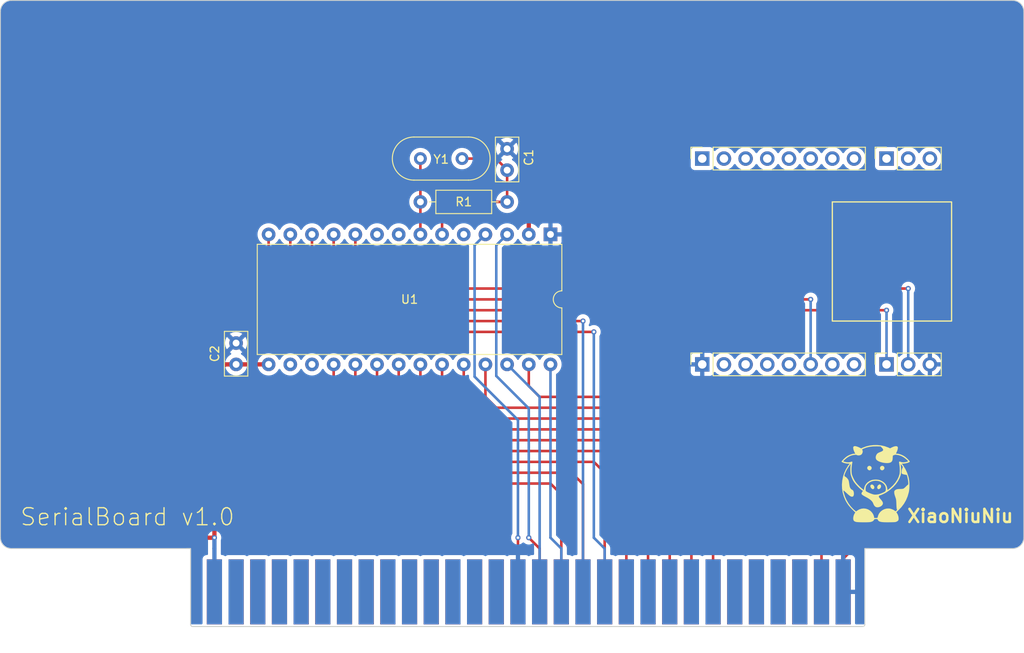
<source format=kicad_pcb>
(kicad_pcb (version 20221018) (generator pcbnew)
  (layers (0 "F.Cu" signal) (31 "B.Cu" signal) (34 "B.Paste" user) (35 "F.Paste" user) (36 "B.SilkS" user "B.Silkscreen") (37 "F.SilkS" user "F.Silkscreen") (38 "B.Mask" user) (39 "F.Mask" user) (44 "Edge.Cuts" user))
  (net 0 "")
  (net 1 "Net-(U1-XTLI)")
  (net 2 "GND")
  (net 3 "+5V")
  (net 5 "CLOCK")
  (net 15 "/D7")
  (net 17 "/D6")
  (net 19 "/D5")
  (net 21 "/D4")
  (net 23 "/D3")
  (net 24 "/A1")
  (net 25 "/D2")
  (net 26 "/A0")
  (net 27 "/D1")
  (net 28 "RW")
  (net 29 "/D0")
  (net 30 "IRQB")
  (net 31 "PORTCSB")
  (net 32 "RESET")
  (net 60 "TX")
  (net 61 "RX")
  (net 63 "DTR")
  (net 64 "Net-(U1-XLT0)")
  (footprint "Package_DIP:DIP-28_W15.24mm" (layer "F.Cu") (at 158.75 88.9 -90)
    (fp_text reference "U1" (at 7.62 16.51 -180) (layer "F.SilkS"))
    (fp_text value "W65C51N")
    (fp_line (start 1.16 -1.33) (end 1.16 34.35) (stroke (width 0.12)) (layer "F.SilkS"))
    (fp_line (start 1.16 34.35) (end 14.08 34.35) (stroke (width 0.12)) (layer "F.SilkS"))
    (fp_line (start 6.62 -1.33) (end 1.16 -1.33) (stroke (width 0.12)) (layer "F.SilkS"))
    (fp_line (start 14.08 -1.33) (end 8.62 -1.33) (stroke (width 0.12)) (layer "F.SilkS"))
    (fp_line (start 14.08 34.35) (end 14.08 -1.33) (stroke (width 0.12)) (layer "F.SilkS"))
    (fp_arc (start 8.62 -1.33) (mid 7.62 -0.33) (end 6.62 -1.33) (stroke (width 0.12)) (layer "F.SilkS"))
    (pad "1" thru_hole rect (at 0 0 270) (size 1.6 1.6) (drill 0.8) (layers "*.Cu" "*.Mask") (net 2 "GND"))
    (pad "2" thru_hole oval (at 0 2.54 270) (size 1.6 1.6) (drill 0.8) (layers "*.Cu" "*.Mask") (net 3 "+5V"))
    (pad "3" thru_hole oval (at 0 5.08 270) (size 1.6 1.6) (drill 0.8) (layers "*.Cu" "*.Mask") (net 31 "PORTCSB"))
    (pad "4" thru_hole oval (at 0 7.62 270) (size 1.6 1.6) (drill 0.8) (layers "*.Cu" "*.Mask") (net 32 "RESET"))
    (pad "5" thru_hole oval (at 0 10.16 270) (size 1.6 1.6) (drill 0.8) (layers "*.Cu" "*.Mask"))
    (pad "6" thru_hole oval (at 0 12.7 270) (size 1.6 1.6) (drill 0.8) (layers "*.Cu" "*.Mask") (net 1 "Net-(U1-XTLI)"))
    (pad "7" thru_hole oval (at 0 15.24 270) (size 1.6 1.6) (drill 0.8) (layers "*.Cu" "*.Mask") (net 64 "Net-(U1-XLT0)"))
    (pad "8" thru_hole oval (at 0 17.78 270) (size 1.6 1.6) (drill 0.8) (layers "*.Cu" "*.Mask"))
    (pad "9" thru_hole oval (at 0 20.32 270) (size 1.6 1.6) (drill 0.8) (layers "*.Cu" "*.Mask"))
    (pad "10" thru_hole oval (at 0 22.86 270) (size 1.6 1.6) (drill 0.8) (layers "*.Cu" "*.Mask") (net 60 "TX"))
    (pad "11" thru_hole oval (at 0 25.4 270) (size 1.6 1.6) (drill 0.8) (layers "*.Cu" "*.Mask") (net 63 "DTR"))
    (pad "12" thru_hole oval (at 0 27.94 270) (size 1.6 1.6) (drill 0.8) (layers "*.Cu" "*.Mask") (net 61 "RX"))
    (pad "13" thru_hole oval (at 0 30.48 270) (size 1.6 1.6) (drill 0.8) (layers "*.Cu" "*.Mask") (net 26 "/A0"))
    (pad "14" thru_hole oval (at 0 33.02 270) (size 1.6 1.6) (drill 0.8) (layers "*.Cu" "*.Mask") (net 24 "/A1"))
    (pad "15" thru_hole oval (at 15.24 33.02 270) (size 1.6 1.6) (drill 0.8) (layers "*.Cu" "*.Mask") (net 3 "+5V"))
    (pad "16" thru_hole oval (at 15.24 30.48 270) (size 1.6 1.6) (drill 0.8) (layers "*.Cu" "*.Mask"))
    (pad "17" thru_hole oval (at 15.24 27.94 270) (size 1.6 1.6) (drill 0.8) (layers "*.Cu" "*.Mask"))
    (pad "18" thru_hole oval (at 15.24 25.4 270) (size 1.6 1.6) (drill 0.8) (layers "*.Cu" "*.Mask") (net 29 "/D0"))
    (pad "19" thru_hole oval (at 15.24 22.86 270) (size 1.6 1.6) (drill 0.8) (layers "*.Cu" "*.Mask") (net 27 "/D1"))
    (pad "20" thru_hole oval (at 15.24 20.32 270) (size 1.6 1.6) (drill 0.8) (layers "*.Cu" "*.Mask") (net 25 "/D2"))
    (pad "21" thru_hole oval (at 15.24 17.78 270) (size 1.6 1.6) (drill 0.8) (layers "*.Cu" "*.Mask") (net 23 "/D3"))
    (pad "22" thru_hole oval (at 15.24 15.24 270) (size 1.6 1.6) (drill 0.8) (layers "*.Cu" "*.Mask") (net 21 "/D4"))
    (pad "23" thru_hole oval (at 15.24 12.7 270) (size 1.6 1.6) (drill 0.8) (layers "*.Cu" "*.Mask") (net 19 "/D5"))
    (pad "24" thru_hole oval (at 15.24 10.16 270) (size 1.6 1.6) (drill 0.8) (layers "*.Cu" "*.Mask") (net 17 "/D6"))
    (pad "25" thru_hole oval (at 15.24 7.62 270) (size 1.6 1.6) (drill 0.8) (layers "*.Cu" "*.Mask") (net 15 "/D7"))
    (pad "26" thru_hole oval (at 15.24 5.08 270) (size 1.6 1.6) (drill 0.8) (layers "*.Cu" "*.Mask") (net 30 "IRQB"))
    (pad "27" thru_hole oval (at 15.24 2.54 270) (size 1.6 1.6) (drill 0.8) (layers "*.Cu" "*.Mask") (net 5 "CLOCK"))
    (pad "28" thru_hole oval (at 15.24 0 270) (size 1.6 1.6) (drill 0.8) (layers "*.Cu" "*.Mask") (net 28 "RW"))
  )
  (footprint "Connector_NES:NES_PCBEdge" (layer "F.Cu") (at 154.94 130.81)
    (fp_text reference "J1")
    (fp_text value "PORT1" hide)
    (fp_line (start -38.862 -5.08) (end -38.354 -5.08) (stroke (width 0.12)) (layer "Edge.Cuts"))
    (fp_line (start -38.354 -5.08) (end -38.354 3.81) (stroke (width 0.12)) (layer "Edge.Cuts"))
    (fp_line (start 40.386 4.064) (end -38.1 4.064) (stroke (width 0.12)) (layer "Edge.Cuts"))
    (fp_line (start 40.64 -5.08) (end 41.148 -5.08) (stroke (width 0.12)) (layer "Edge.Cuts"))
    (fp_line (start 40.64 3.81) (end 40.64 -5.08) (stroke (width 0.12)) (layer "Edge.Cuts"))
    (fp_arc (start -38.1 4.064) (mid -38.279605 3.989605) (end -38.354 3.81) (stroke (width 0.12)) (layer "Edge.Cuts"))
    (fp_arc (start 40.64 3.81) (mid 40.565605 3.989605) (end 40.386 4.064) (stroke (width 0.12)) (layer "Edge.Cuts"))
    (pad "1" connect rect (at 38.1 0) (size 1.78 7.62) (layers "B.Cu" "B.Mask") (net 2 "GND"))
    (pad "2" connect rect (at 38.1 0) (size 1.78 7.62) (layers "F.Cu" "F.Mask") (net 3 "+5V"))
    (pad "3" connect rect (at 35.56 0) (size 1.78 7.62) (layers "B.Cu" "B.Mask"))
    (pad "4" connect rect (at 35.56 0) (size 1.78 7.62) (layers "F.Cu" "F.Mask") (net 5 "CLOCK"))
    (pad "5" connect rect (at 33.02 0) (size 1.78 7.62) (layers "B.Cu" "B.Mask"))
    (pad "6" connect rect (at 33.02 0) (size 1.78 7.62) (layers "F.Cu" "F.Mask"))
    (pad "7" connect rect (at 30.48 0) (size 1.78 7.62) (layers "B.Cu" "B.Mask"))
    (pad "8" connect rect (at 30.48 0) (size 1.78 7.62) (layers "F.Cu" "F.Mask"))
    (pad "9" connect rect (at 27.94 0) (size 1.78 7.62) (layers "B.Cu" "B.Mask"))
    (pad "10" connect rect (at 27.94 0) (size 1.78 7.62) (layers "F.Cu" "F.Mask"))
    (pad "11" connect rect (at 25.4 0) (size 1.78 7.62) (layers "B.Cu" "B.Mask"))
    (pad "12" connect rect (at 25.4 0) (size 1.78 7.62) (layers "F.Cu" "F.Mask"))
    (pad "13" connect rect (at 22.86 0) (size 1.78 7.62) (layers "B.Cu" "B.Mask"))
    (pad "14" connect rect (at 22.86 0) (size 1.78 7.62) (layers "F.Cu" "F.Mask") (net 15 "/D7"))
    (pad "15" connect rect (at 20.32 0) (size 1.78 7.62) (layers "B.Cu" "B.Mask"))
    (pad "16" connect rect (at 20.32 0) (size 1.78 7.62) (layers "F.Cu" "F.Mask") (net 17 "/D6"))
    (pad "17" connect rect (at 17.78 0) (size 1.78 7.62) (layers "B.Cu" "B.Mask"))
    (pad "18" connect rect (at 17.78 0) (size 1.78 7.62) (layers "F.Cu" "F.Mask") (net 19 "/D5"))
    (pad "19" connect rect (at 15.24 0) (size 1.78 7.62) (layers "B.Cu" "B.Mask"))
    (pad "20" connect rect (at 15.24 0) (size 1.78 7.62) (layers "F.Cu" "F.Mask") (net 21 "/D4"))
    (pad "21" connect rect (at 12.7 0) (size 1.78 7.62) (layers "B.Cu" "B.Mask"))
    (pad "22" connect rect (at 12.7 0) (size 1.78 7.62) (layers "F.Cu" "F.Mask") (net 23 "/D3"))
    (pad "23" connect rect (at 10.16 0) (size 1.78 7.62) (layers "B.Cu" "B.Mask") (net 24 "/A1"))
    (pad "24" connect rect (at 10.16 0) (size 1.78 7.62) (layers "F.Cu" "F.Mask") (net 25 "/D2"))
    (pad "25" connect rect (at 7.62 0) (size 1.78 7.62) (layers "B.Cu" "B.Mask") (net 26 "/A0"))
    (pad "26" connect rect (at 7.62 0) (size 1.78 7.62) (layers "F.Cu" "F.Mask") (net 27 "/D1"))
    (pad "27" connect rect (at 5.08 0) (size 1.78 7.62) (layers "B.Cu" "B.Mask") (net 28 "RW"))
    (pad "28" connect rect (at 5.08 0) (size 1.78 7.62) (layers "F.Cu" "F.Mask") (net 29 "/D0"))
    (pad "29" connect rect (at 2.54 0) (size 1.78 7.62) (layers "B.Cu" "B.Mask") (net 30 "IRQB"))
    (pad "30" connect rect (at 2.54 0) (size 1.78 7.62) (layers "F.Cu" "F.Mask") (net 31 "PORTCSB"))
    (pad "31" connect rect (at 0 0) (size 1.78 7.62) (layers "B.Cu" "B.Mask") (net 2 "GND"))
    (pad "32" connect rect (at 0 0) (size 1.78 7.62) (layers "F.Cu" "F.Mask") (net 32 "RESET"))
    (pad "33" connect rect (at -2.54 0) (size 1.78 7.62) (layers "B.Cu" "B.Mask"))
    (pad "34" connect rect (at -2.54 0) (size 1.78 7.62) (layers "F.Cu" "F.Mask"))
    (pad "35" connect rect (at -5.08 0) (size 1.78 7.62) (layers "B.Cu" "B.Mask"))
    (pad "36" connect rect (at -5.08 0) (size 1.78 7.62) (layers "F.Cu" "F.Mask"))
    (pad "37" connect rect (at -7.62 0) (size 1.78 7.62) (layers "B.Cu" "B.Mask"))
    (pad "38" connect rect (at -7.62 0) (size 1.78 7.62) (layers "F.Cu" "F.Mask"))
    (pad "39" connect rect (at -10.16 0) (size 1.78 7.62) (layers "B.Cu" "B.Mask"))
    (pad "40" connect rect (at -10.16 0) (size 1.78 7.62) (layers "F.Cu" "F.Mask"))
    (pad "41" connect rect (at -12.7 0) (size 1.78 7.62) (layers "B.Cu" "B.Mask"))
    (pad "42" connect rect (at -12.7 0) (size 1.78 7.62) (layers "F.Cu" "F.Mask"))
    (pad "43" connect rect (at -15.24 0) (size 1.78 7.62) (layers "B.Cu" "B.Mask"))
    (pad "44" connect rect (at -15.24 0) (size 1.78 7.62) (layers "F.Cu" "F.Mask"))
    (pad "45" connect rect (at -17.78 0) (size 1.78 7.62) (layers "B.Cu" "B.Mask"))
    (pad "46" connect rect (at -17.78 0) (size 1.78 7.62) (layers "F.Cu" "F.Mask"))
    (pad "47" connect rect (at -20.32 0) (size 1.78 7.62) (layers "B.Cu" "B.Mask"))
    (pad "48" connect rect (at -20.32 0) (size 1.78 7.62) (layers "F.Cu" "F.Mask"))
    (pad "49" connect rect (at -22.86 0) (size 1.78 7.62) (layers "B.Cu" "B.Mask"))
    (pad "50" connect rect (at -22.86 0) (size 1.78 7.62) (layers "F.Cu" "F.Mask"))
    (pad "51" connect rect (at -25.4 0) (size 1.78 7.62) (layers "B.Cu" "B.Mask"))
    (pad "52" connect rect (at -25.4 0) (size 1.78 7.62) (layers "F.Cu" "F.Mask"))
    (pad "53" connect rect (at -27.94 0) (size 1.78 7.62) (layers "B.Cu" "B.Mask"))
    (pad "54" connect rect (at -27.94 0) (size 1.78 7.62) (layers "F.Cu" "F.Mask"))
    (pad "55" connect rect (at -30.48 0) (size 1.78 7.62) (layers "B.Cu" "B.Mask"))
    (pad "56" connect rect (at -30.48 0) (size 1.78 7.62) (layers "F.Cu" "F.Mask"))
    (pad "57" connect rect (at -33.02 0) (size 1.78 7.62) (layers "B.Cu" "B.Mask"))
    (pad "58" connect rect (at -33.02 0) (size 1.78 7.62) (layers "F.Cu" "F.Mask"))
    (pad "59" connect rect (at -35.56 0) (size 1.78 7.62) (layers "B.Cu" "B.Mask") (net 3 "+5V"))
    (pad "60" connect rect (at -35.56 0) (size 1.78 7.62) (layers "F.Cu" "F.Mask"))
  )
  (footprint "Connector_PinSocket_2.54mm:PinSocket_1x03_P2.54mm_Vertical" (layer "F.Cu") (at 198.12 104.14 90)
    (fp_text reference "J2")
    (fp_text value "DATA")
    (fp_line (start -1.33 1.27) (end -1.33 6.41) (stroke (width 0.12)) (layer "F.SilkS"))
    (fp_line (start -1.33 1.27) (end 1.33 1.27) (stroke (width 0.12)) (layer "F.SilkS"))
    (fp_line (start -1.33 6.41) (end 1.33 6.41) (stroke (width 0.12)) (layer "F.SilkS"))
    (fp_line (start 0 -1.33) (end 1.33 -1.33) (stroke (width 0.12)) (layer "F.SilkS"))
    (fp_line (start 1.33 -1.33) (end 1.33 0) (stroke (width 0.12)) (layer "F.SilkS"))
    (fp_line (start 1.33 1.27) (end 1.33 6.41) (stroke (width 0.12)) (layer "F.SilkS"))
    (pad "1" thru_hole rect (at 0 0 90) (size 1.7 1.7) (drill 1) (layers "*.Cu" "*.Mask") (net 61 "RX"))
    (pad "2" thru_hole oval (at 0 2.54 90) (size 1.7 1.7) (drill 1) (layers "*.Cu" "*.Mask") (net 60 "TX"))
    (pad "3" thru_hole oval (at 0 5.08 90) (size 1.7 1.7) (drill 1) (layers "*.Cu" "*.Mask") (net 2 "GND"))
  )
  (footprint "Connector_PinSocket_2.54mm:PinSocket_1x08_P2.54mm_Vertical" (layer "F.Cu") (at 176.53 104.14 90)
    (fp_text reference "J3")
    (fp_text value "CTRL")
    (fp_line (start -1.33 1.27) (end -1.33 19.11) (stroke (width 0.12)) (layer "F.SilkS"))
    (fp_line (start -1.33 1.27) (end 1.33 1.27) (stroke (width 0.12)) (layer "F.SilkS"))
    (fp_line (start -1.33 19.11) (end 1.33 19.11) (stroke (width 0.12)) (layer "F.SilkS"))
    (fp_line (start 0 -1.33) (end 1.33 -1.33) (stroke (width 0.12)) (layer "F.SilkS"))
    (fp_line (start 1.33 -1.33) (end 1.33 0) (stroke (width 0.12)) (layer "F.SilkS"))
    (fp_line (start 1.33 1.27) (end 1.33 19.11) (stroke (width 0.12)) (layer "F.SilkS"))
    (pad "1" thru_hole rect (at 0 0 90) (size 1.7 1.7) (drill 1) (layers "*.Cu" "*.Mask") (net 2 "GND"))
    (pad "2" thru_hole oval (at 0 2.54 90) (size 1.7 1.7) (drill 1) (layers "*.Cu" "*.Mask"))
    (pad "3" thru_hole oval (at 0 5.08 90) (size 1.7 1.7) (drill 1) (layers "*.Cu" "*.Mask"))
    (pad "4" thru_hole oval (at 0 7.62 90) (size 1.7 1.7) (drill 1) (layers "*.Cu" "*.Mask"))
    (pad "5" thru_hole oval (at 0 10.16 90) (size 1.7 1.7) (drill 1) (layers "*.Cu" "*.Mask"))
    (pad "6" thru_hole oval (at 0 12.7 90) (size 1.7 1.7) (drill 1) (layers "*.Cu" "*.Mask") (net 63 "DTR"))
    (pad "7" thru_hole oval (at 0 15.24 90) (size 1.7 1.7) (drill 1) (layers "*.Cu" "*.Mask"))
    (pad "8" thru_hole oval (at 0 17.78 90) (size 1.7 1.7) (drill 1) (layers "*.Cu" "*.Mask"))
  )
  (footprint "Connector_PinSocket_2.54mm:PinSocket_1x08_P2.54mm_Vertical" (layer "F.Cu") (at 176.53 80.01 90)
    (fp_text reference "J4")
    (fp_text value "CTRL")
    (fp_line (start -1.33 1.27) (end -1.33 19.11) (stroke (width 0.12)) (layer "F.SilkS"))
    (fp_line (start -1.33 1.27) (end 1.33 1.27) (stroke (width 0.12)) (layer "F.SilkS"))
    (fp_line (start -1.33 19.11) (end 1.33 19.11) (stroke (width 0.12)) (layer "F.SilkS"))
    (fp_line (start 0 -1.33) (end 1.33 -1.33) (stroke (width 0.12)) (layer "F.SilkS"))
    (fp_line (start 1.33 -1.33) (end 1.33 0) (stroke (width 0.12)) (layer "F.SilkS"))
    (fp_line (start 1.33 1.27) (end 1.33 19.11) (stroke (width 0.12)) (layer "F.SilkS"))
    (pad "1" thru_hole rect (at 0 0 90) (size 1.7 1.7) (drill 1) (layers "*.Cu" "*.Mask"))
    (pad "2" thru_hole oval (at 0 2.54 90) (size 1.7 1.7) (drill 1) (layers "*.Cu" "*.Mask"))
    (pad "3" thru_hole oval (at 0 5.08 90) (size 1.7 1.7) (drill 1) (layers "*.Cu" "*.Mask"))
    (pad "4" thru_hole oval (at 0 7.62 90) (size 1.7 1.7) (drill 1) (layers "*.Cu" "*.Mask"))
    (pad "5" thru_hole oval (at 0 10.16 90) (size 1.7 1.7) (drill 1) (layers "*.Cu" "*.Mask"))
    (pad "6" thru_hole oval (at 0 12.7 90) (size 1.7 1.7) (drill 1) (layers "*.Cu" "*.Mask"))
    (pad "7" thru_hole oval (at 0 15.24 90) (size 1.7 1.7) (drill 1) (layers "*.Cu" "*.Mask"))
    (pad "8" thru_hole oval (at 0 17.78 90) (size 1.7 1.7) (drill 1) (layers "*.Cu" "*.Mask"))
  )
  (footprint "Cow:VerySmallCow" (layer "F.Cu") (at 196.85 118.11)
    (fp_text reference "XiaoNiuNiu" (at 9.906 3.81) (layer "F.SilkS") (effects (font (size 1.524 1.524) (thickness 0.3))))
    (fp_text value "LOGO" hide)
    (fp_poly (pts (xy 0.860799 -2.06454) (xy 0.94554 -2.009357) (xy 1.002926 -1.926687) (xy 1.024956 -1.827545) (xy 1.003631 -1.722943) (xy 0.94195 -1.634423) (xy 0.835669 -1.562606) (xy 0.723038 -1.548697) (xy 0.612022 -1.59366) (xy 0.611036 -1.594348) (xy 0.533216 -1.681325) (xy 0.501606 -1.788839) (xy 0.515058 -1.899642) (xy 0.572425 -1.996486) (xy 0.641253 -2.048393) (xy 0.756703 -2.081223)) (fill solid) (layer "F.SilkS"))
    (fp_poly (pts (xy -0.651099 -2.063236) (xy -0.563352 -2.013403) (xy -0.498777 -1.936634) (xy -0.468786 -1.840151) (xy -0.484791 -1.731176) (xy -0.498695 -1.70013) (xy -0.578736 -1.597979) (xy -0.678891 -1.549409) (xy -0.788349 -1.55614) (xy -0.8963 -1.619892) (xy -0.911639 -1.634423) (xy -0.9836 -1.740747) (xy -0.996673 -1.852832) (xy -0.950324 -1.964026) (xy -0.939249 -1.978908) (xy -0.850459 -2.05321) (xy -0.750605 -2.078912)) (fill solid) (layer "F.SilkS"))
    (fp_poly (pts (xy -0.387859 0.117826) (xy -0.283719 0.181951) (xy -0.207068 0.276038) (xy -0.163313 0.385063) (xy -0.157858 0.494) (xy -0.196108 0.587825) (xy -0.212172 0.606205) (xy -0.292122 0.658239) (xy -0.37742 0.654366) (xy -0.475737 0.594122) (xy -0.480615 0.590058) (xy -0.558677 0.499444) (xy -0.610844 0.390506) (xy -0.628159 0.285396) (xy -0.621255 0.24215) (xy -0.569263 0.161428) (xy -0.487384 0.115103) (xy -0.39717 0.114656)) (fill solid) (layer "F.SilkS"))
    (fp_poly (pts (xy 0.506748 0.099096) (xy 0.561829 0.137845) (xy 0.575895 0.151551) (xy 0.625855 0.240497) (xy 0.632601 0.34987) (xy 0.600519 0.462558) (xy 0.533994 0.561448) (xy 0.455646 0.620847) (xy 0.361378 0.65965) (xy 0.29364 0.657328) (xy 0.233223 0.612536) (xy 0.226057 0.604802) (xy 0.178888 0.511536) (xy 0.177097 0.400448) (xy 0.215853 0.28768) (xy 0.290323 0.189377) (xy 0.366719 0.134847) (xy 0.44968 0.098733)) (fill solid) (layer "F.SilkS"))
    (fp_poly (pts (xy 0.640521 -4.469991) (xy 1.065821 -4.374767) (xy 1.46632 -4.230513) (xy 1.499899 -4.215538) (xy 1.685681 -4.1313) (xy 1.880967 -4.231898) (xy 2.073661 -4.317766) (xy 2.24576 -4.368126) (xy 2.390864 -4.382513) (xy 2.502572 -4.360463) (xy 2.574483 -4.301512) (xy 2.584615 -4.282916) (xy 2.600786 -4.188609) (xy 2.58625 -4.057241) (xy 2.543915 -3.902196) (xy 2.476689 -3.736861) (xy 2.457532 -3.697841) (xy 2.410841 -3.591207) (xy 2.394498 -3.518599) (xy 2.408713 -3.48615) (xy 2.450674 -3.498081) (xy 2.512031 -3.508174) (xy 2.61536 -3.496189) (xy 2.747628 -3.465524) (xy 2.895797 -3.419576) (xy 3.046834 -3.361743) (xy 3.145174 -3.317045) (xy 3.287158 -3.242592) (xy 3.409309 -3.165238) (xy 3.529583 -3.071952) (xy 3.665937 -2.949703) (xy 3.713491 -2.904642) (xy 3.821002 -2.79794) (xy 3.910217 -2.701926) (xy 3.972784 -2.626147) (xy 4.00035 -2.580151) (xy 4.000955 -2.57608) (xy 3.972801 -2.532061) (xy 3.896239 -2.485091) (xy 3.78312 -2.43884) (xy 3.645292 -2.396981) (xy 3.494605 -2.363185) (xy 3.342909 -2.341124) (xy 3.220818 -2.334339) (xy 3.062042 -2.333891) (xy 3.225779 -2.105688) (xy 3.483063 -1.695315) (xy 3.688207 -1.25412) (xy 3.841045 -0.782487) (xy 3.884779 -0.598133) (xy 3.926378 -0.337788) (xy 3.949765 -0.042295) (xy 3.954985 0.26834) (xy 3.94208 0.574109) (xy 3.911095 0.855005) (xy 3.881284 1.014754) (xy 3.742653 1.499902) (xy 3.553764 1.951433) (xy 3.313737 2.370894) (xy 3.021694 2.759835) (xy 2.695196 3.102539) (xy 2.419204 3.362347) (xy 2.482218 3.450842) (xy 2.590636 3.647133) (xy 2.662606 3.871512) (xy 2.686386 4.031265) (xy 2.688564 4.181386) (xy 2.66399 4.289136) (xy 2.604928 4.369708) (xy 2.503643 4.43829) (xy 2.470287 4.455608) (xy 2.41965 4.479803) (xy 2.371045 4.498366) (xy 2.315582 4.512185) (xy 2.244369 4.52215) (xy 2.148517 4.52915) (xy 2.019135 4.534074) (xy 1.847333 4.537812) (xy 1.62422 4.541253) (xy 1.612371 4.541422) (xy 1.291201 4.54326) (xy 1.024809 4.538033) (xy 0.807637 4.524568) (xy 0.63413 4.501691) (xy 0.49873 4.468229) (xy 0.395882 4.423007) (xy 0.32003 4.364853) (xy 0.265616 4.292593) (xy 0.245566 4.252745) (xy 0.218526 4.199335) (xy 0.186172 4.171469) (xy 0.130496 4.161858) (xy 0.033489 4.163209) (xy 0.025144 4.16351) (xy -0.075977 4.169436) (xy -0.135502 4.184041) (xy -0.172452 4.21652) (xy -0.205267 4.2749) (xy -0.283866 4.374984) (xy -0.410121 4.451309) (xy -0.588642 4.506465) (xy -0.634711 4.515887) (xy -0.733008 4.527718) (xy -0.877971 4.536343) (xy -1.057772 4.541866) (xy -1.260586 4.544388) (xy -1.474586 4.544014) (xy -1.687946 4.540847) (xy -1.88884 4.53499) (xy -2.065442 4.526546) (xy -2.205926 4.515619) (xy -2.298465 4.502312) (xy -2.302736 4.501319) (xy -2.457804 4.445923) (xy -2.561407 4.363333) (xy -2.619239 4.246556) (xy -2.636993 4.09065) (xy -2.618351 3.905338) (xy -2.567732 3.71489) (xy -2.493097 3.545843) (xy -2.455815 3.48664) (xy -2.390842 3.395394) (xy -2.751298 3.038926) (xy -3.011438 2.764524) (xy -3.22711 2.496993) (xy -3.41005 2.220491) (xy -3.554357 1.955012) (xy -3.738921 1.517467) (xy -3.867477 1.063828) (xy -3.901714 0.846474) (xy -3.777637 0.846474) (xy -3.770639 0.897543) (xy -3.751399 0.987469) (xy -3.723465 1.106324) (xy -3.596652 1.519024) (xy -3.417689 1.924224) (xy -3.193296 2.311026) (xy -2.930193 2.668531) (xy -2.635101 2.985842) (xy -2.478379 3.125419) (xy -2.301956 3.27224) (xy -2.151013 3.163799) (xy -1.911008 3.026225) (xy -1.657838 2.944874) (xy -1.399064 2.919141) (xy -1.142247 2.948425) (xy -0.894949 3.03212) (xy -0.66473 3.169623) (xy -0.521428 3.293918) (xy -0.384066 3.458847) (xy -0.275363 3.644615) (xy -0.205762 3.831751) (xy -0.189867 3.912069) (xy -0.17388 4.031265) (xy 0.018569 4.031265) (xy 0.12344 4.029727) (xy 0.182971 4.021091) (xy 0.212432 3.999321) (xy 0.227093 3.958381) (xy 0.229472 3.947911) (xy 0.295195 3.717228) (xy 0.385169 3.527306) (xy 0.509382 3.359987) (xy 0.608168 3.25945) (xy 0.817949 3.101541) (xy 1.054248 2.990544) (xy 1.305349 2.930044) (xy 1.559539 2.923623) (xy 1.661169 2.937314) (xy 1.794713 2.971118) (xy 1.937127 3.021935) (xy 2.07106 3.082045) (xy 2.179161 3.14373) (xy 2.240907 3.195259) (xy 2.289858 3.235277) (xy 2.344128 3.231048) (xy 2.417833 3.180491) (xy 2.433662 3.166832) (xy 2.487493 3.112929) (xy 2.499631 3.07165) (xy 2.479609 3.023816) (xy 2.462297 2.961798) (xy 2.446905 2.842239) (xy 2.43372 2.668197) (xy 2.423032 2.442731) (xy 2.421835 2.409665) (xy 2.414571 2.213562) (xy 2.407098 2.064751) (xy 2.397344 1.949933) (xy 2.383238 1.85581) (xy 2.362707 1.769082) (xy 2.333681 1.67645) (xy 2.294087 1.564614) (xy 2.287277 1.545823) (xy 2.220761 1.344782) (xy 2.182478 1.183351) (xy 2.169503 1.050859) (xy 2.171345 0.946865) (xy 2.185773 0.880443) (xy 2.221008 0.828705) (xy 2.264077 0.787515) (xy 2.35554 0.721126) (xy 2.463581 0.676115) (xy 2.600754 0.649371) (xy 2.779618 0.637783) (xy 2.872871 0.636684) (xy 3.037209 0.631227) (xy 3.169426 0.61614) (xy 3.251749 0.594504) (xy 3.31534 0.554289) (xy 3.404674 0.481425) (xy 3.505015 0.388387) (xy 3.555992 0.336867) (xy 3.647151 0.245041) (xy 3.724951 0.172673) (xy 3.778767 0.129335) (xy 3.795383 0.121241) (xy 3.811423 0.093306) (xy 3.817274 0.016942) (xy 3.813867 -0.096686) (xy 3.802138 -0.236416) (xy 3.783018 -0.391085) (xy 3.757442 -0.54953) (xy 3.726848 -0.698419) (xy 3.697431 -0.821949) (xy 3.672533 -0.921112) (xy 3.655575 -0.98256) (xy 3.65062 -0.99579) (xy 3.618351 -1.005679) (xy 3.541471 -1.022218) (xy 3.435182 -1.042197) (xy 3.409835 -1.046653) (xy 3.286768 -1.072824) (xy 3.178106 -1.104342) (xy 3.105582 -1.134806) (xy 3.101097 -1.137586) (xy 3.062043 -1.166819) (xy 3.040066 -1.200985) (xy 3.031662 -1.255633) (xy 3.03333 -1.346312) (xy 3.037447 -1.420137) (xy 3.061436 -1.613925) (xy 3.108887 -1.762794) (xy 3.119051 -1.783667) (xy 3.155313 -1.870803) (xy 3.170387 -1.942303) (xy 3.167902 -1.964694) (xy 3.139823 -2.016145) (xy 3.090966 -2.088838) (xy 3.033734 -2.166242) (xy 2.980533 -2.231825) (xy 2.943768 -2.269057) (xy 2.937045 -2.272333) (xy 2.931328 -2.245973) (xy 2.935979 -2.177157) (xy 2.944754 -2.114141) (xy 2.964609 -1.944062) (xy 2.975342 -1.746114) (xy 2.977211 -1.537366) (xy 2.970473 -1.334888) (xy 2.955387 -1.155747) (xy 2.932211 -1.017012) (xy 2.927916 -1.000239) (xy 2.797639 -0.63526) (xy 2.610335 -0.279726) (xy 2.369358 0.062337) (xy 2.078059 0.386901) (xy 1.73979 0.689936) (xy 1.357903 0.967415) (xy 1.216022 1.056861) (xy 1.097494 1.123905) (xy 0.959499 1.19433) (xy 0.815367 1.262212) (xy 0.678431 1.321627) (xy 0.562022 1.36665) (xy 0.479472 1.391359) (xy 0.456698 1.394272) (xy 0.418931 1.419566) (xy 0.38309 1.478236) (xy 0.364177 1.544465) (xy 0.363723 1.554288) (xy 0.382893 1.594008) (xy 0.434481 1.666239) (xy 0.509604 1.759116) (xy 0.563775 1.821496) (xy 0.692211 1.974072) (xy 0.77868 2.098964) (xy 0.828759 2.206095) (xy 0.848028 2.305391) (xy 0.848688 2.328434) (xy 0.820427 2.449155) (xy 0.743571 2.560023) (xy 0.630011 2.655229) (xy 0.491638 2.728961) (xy 0.340343 2.775409) (xy 0.188017 2.788764) (xy 0.04655 2.763213) (xy 0.000062 2.74311) (xy -0.105372 2.661705) (xy -0.199659 2.540649) (xy -0.266845 2.400722) (xy -0.269859 2.391578) (xy -0.333221 2.239178) (xy -0.424658 2.099464) (xy -0.550372 1.966772) (xy -0.716566 1.835436) (xy -0.92944 1.699794) (xy -1.175612 1.564363) (xy -1.378718 1.452641) (xy -1.526322 1.357999) (xy -1.620585 1.278801) (xy -1.663665 1.213413) (xy -1.667064 1.192148) (xy -1.650601 1.113179) (xy -1.610249 1.021385) (xy -1.559569 0.943644) (xy -1.525931 0.912403) (xy -1.487169 0.883907) (xy -1.50098 0.861118) (xy -1.523706 0.846837) (xy -1.662638 0.749447) (xy -1.824872 0.612843) (xy -1.999653 0.447961) (xy -2.176224 0.265732) (xy -2.343828 0.077093) (xy -2.491707 -0.107022) (xy -2.571804 -0.218571) (xy -2.656771 -0.362922) (xy -2.745068 -0.544764) (xy -2.827421 -0.742293) (xy -2.894553 -0.933705) (xy -2.928826 -1.057925) (xy -2.950225 -1.191943) (xy -2.964519 -1.366993) (xy -2.971447 -1.563875) (xy -2.970747 -1.763388) (xy -2.962159 -1.946331) (xy -2.94542 -2.093504) (xy -2.943094 -2.106558) (xy -2.927626 -2.197426) (xy -2.923884 -2.252804) (xy -2.935471 -2.270087) (xy -2.965994 -2.24667) (xy -3.019058 -2.179948) (xy -3.098268 -2.067317) (xy -3.194784 -1.924702) (xy -3.353865 -1.672188) (xy -3.480111 -1.433327) (xy -3.586915 -1.182557) (xy -3.595572 -1.15975) (xy -3.641461 -1.029664) (xy -3.661126 -0.941696) (xy -3.653199 -0.882668) (xy -3.616312 -0.839406) (xy -3.558582 -0.803794) (xy -3.439635 -0.719808) (xy -3.324589 -0.604753) (xy -3.228761 -0.476912) (xy -3.167473 -0.354569) (xy -3.159453 -0.327438) (xy -3.140647 -0.235789) (xy -3.118888 -0.107599) (xy -3.098115 0.033446) (xy -3.092902 0.072864) (xy -3.071785 0.209534) (xy -3.045997 0.336422) (xy -3.020156 0.431706) (xy -3.01272 0.451742) (xy -2.94392 0.573595) (xy -2.854427 0.673167) (xy -2.759771 0.734105) (xy -2.737796 0.741218) (xy -2.663866 0.788463) (xy -2.607527 0.879228) (xy -2.569769 0.999097) (xy -2.551584 1.133656) (xy -2.553961 1.268488) (xy -2.577892 1.38918) (xy -2.624364 1.481317) (xy -2.683816 1.526995) (xy -2.764525 1.54483) (xy -2.851231 1.534631) (xy -2.950398 1.492788) (xy -3.068491 1.415688) (xy -3.211974 1.29972) (xy -3.387313 1.141273) (xy -3.406534 1.123249) (xy -3.522995 1.015546) (xy -3.625052 0.924544) (xy -3.70415 0.857615) (xy -3.751732 0.822131) (xy -3.760355 0.818377) (xy -3.773755 0.823629) (xy -3.777637 0.846474) (xy -3.901714 0.846474) (xy -3.940565 0.599841) (xy -3.958726 0.131253) (xy -3.922502 -0.336189) (xy -3.832432 -0.796738) (xy -3.689058 -1.244648) (xy -3.492922 -1.674172) (xy -3.244562 -2.079564) (xy -3.164265 -2.189917) (xy -3.055528 -2.333891) (xy -3.217561 -2.334339) (xy -3.361752 -2.343352) (xy -3.514821 -2.367214) (xy -3.664969 -2.402283) (xy -3.800396 -2.444918) (xy -3.909304 -2.491478) (xy -3.979893 -2.538322) (xy -4.000954 -2.57608) (xy -3.980697 -2.614859) (xy -3.788783 -2.614859) (xy -3.761119 -2.590686) (xy -3.687981 -2.563191) (xy -3.584147 -2.535716) (xy -3.464397 -2.511599) (xy -3.343509 -2.494182) (xy -3.236262 -2.486805) (xy -3.222059 -2.486772) (xy -3.1027 -2.497491) (xy -2.983991 -2.522571) (xy -2.95525 -2.531781) (xy -2.85014 -2.566782) (xy -2.780962 -2.577448) (xy -2.743431 -2.556844) (xy -2.733263 -2.498033) (xy -2.746172 -2.394079) (xy -2.776814 -2.24296) (xy -2.802168 -2.084319) (xy -2.819416 -1.892808) (xy -2.828326 -1.68554) (xy -2.828663 -1.479627) (xy -2.820193 -1.29218) (xy -2.802684 -1.140312) (xy -2.792557 -1.09117) (xy -2.739663 -0.924922) (xy -2.659704 -0.730737) (xy -2.562233 -0.528986) (xy -2.456806 -0.340042) (xy -2.394596 -0.242608) (xy -2.256348 -0.059827) (xy -2.082 0.138839) (xy -1.886923 0.337247) (xy -1.686484 0.519253) (xy -1.606444 0.585289) (xy -1.379117 0.766747) (xy -1.365025 0.655245) (xy -1.182214 0.655245) (xy -1.178867 0.774027) (xy -1.164838 0.858066) (xy -1.163088 0.862964) (xy -1.122852 0.905784) (xy -1.036151 0.961888) (xy -0.914295 1.026202) (xy -0.768593 1.093655) (xy -0.610354 1.159171) (xy -0.450887 1.217679) (xy -0.301502 1.264104) (xy -0.227327 1.282741) (xy -0.074762 1.298944) (xy 0.110649 1.290823) (xy 0.306851 1.259754) (xy 0.366452 1.245669) (xy 0.501018 1.205015) (xy 0.654467 1.149188) (xy 0.809934 1.085335) (xy 0.950551 1.0206) (xy 1.059453 0.962132) (xy 1.100413 0.934701) (xy 1.156272 0.856684) (xy 1.185837 0.739316) (xy 1.189729 0.597562) (xy 1.168566 0.446389) (xy 1.122969 0.300763) (xy 1.069948 0.199281) (xy 0.912798 0.011086) (xy 0.718996 -0.136581) (xy 0.497524 -0.243093) (xy 0.257367 -0.307821) (xy 0.00751 -0.330138) (xy -0.243065 -0.309418) (xy -0.485371 -0.245032) (xy -0.710427 -0.136353) (xy -0.909246 0.017247) (xy -0.94961 0.058237) (xy -1.031265 0.153967) (xy -1.100353 0.249824) (xy -1.138449 0.317925) (xy -1.160977 0.404446) (xy -1.175908 0.524469) (xy -1.182214 0.655245) (xy -1.365025 0.655245) (xy -1.357049 0.592145) (xy -1.329759 0.457999) (xy -1.285609 0.316161) (xy -1.261257 0.256505) (xy -1.127964 0.034933) (xy -0.94685 -0.151002) (xy -0.716852 -0.302211) (xy -0.497697 -0.398513) (xy -0.319633 -0.443247) (xy -0.107943 -0.465441) (xy 0.114724 -0.465095) (xy 0.325718 -0.442209) (xy 0.497697 -0.398513) (xy 0.757392 -0.2785) (xy 0.976093 -0.124794) (xy 1.149617 0.05786) (xy 1.273786 0.264719) (xy 1.344417 0.491038) (xy 1.355827 0.575195) (xy 1.367719 0.671252) (xy 1.381988 0.737384) (xy 1.393501 0.757756) (xy 1.423599 0.7394) (xy 1.490226 0.689351) (xy 1.58369 0.615144) (xy 1.694298 0.52431) (xy 1.700121 0.519453) (xy 2.019453 0.222667) (xy 2.291427 -0.093618) (xy 2.51274 -0.424454) (xy 2.680087 -0.764892) (xy 2.790165 -1.109984) (xy 2.791271 -1.11477) (xy 2.809315 -1.238959) (xy 2.819035 -1.406483) (xy 2.820692 -1.600665) (xy 2.814552 -1.804831) (xy 2.800878 -2.002305) (xy 2.779935 -2.176412) (xy 2.773895 -2.21265) (xy 2.746203 -2.375206) (xy 2.733919 -2.485347) (xy 2.741095 -2.550205) (xy 2.771785 -2.576913) (xy 2.830042 -2.572602) (xy 2.919919 -2.544407) (xy 2.955251 -2.531781) (xy 3.064748 -2.503894) (xy 3.188751 -2.488029) (xy 3.22206 -2.486772) (xy 3.325933 -2.492328) (xy 3.445698 -2.508432) (xy 3.566576 -2.531744) (xy 3.673787 -2.558924) (xy 3.752552 -2.586631) (xy 3.788093 -2.611526) (xy 3.788783 -2.614859) (xy 3.7659 -2.657183) (xy 3.704165 -2.7256) (xy 3.613953 -2.810822) (xy 3.505637 -2.903561) (xy 3.389591 -2.994529) (xy 3.276189 -3.074439) (xy 3.273509 -3.076194) (xy 2.99458 -3.227227) (xy 2.698805 -3.324093) (xy 2.485442 -3.361018) (xy 2.355667 -3.373299) (xy 2.269407 -3.372151) (xy 2.210885 -3.356768) (xy 2.190983 -3.345995) (xy 2.116807 -3.313105) (xy 2.06578 -3.303819) (xy 2.038186 -3.298085) (xy 2.019947 -3.273405) (xy 2.008258 -3.218559) (xy 2.000316 -3.122328) (xy 1.995389 -3.02214) (xy 1.979431 -2.834443) (xy 1.946918 -2.694896) (xy 1.8926 -2.592094) (xy 1.81123 -2.514629) (xy 1.74284 -2.473243) (xy 1.596854 -2.422633) (xy 1.414145 -2.398967) (xy 1.206417 -2.39985) (xy 0.985373 -2.422889) (xy 0.762716 -2.46569) (xy 0.550149 -2.52586) (xy 0.359375 -2.601006) (xy 0.202097 -2.688732) (xy 0.090018 -2.786646) (xy 0.068198 -2.81576) (xy 0.01017 -2.955414) (xy 0.001158 -3.11366) (xy 0.038732 -3.27703) (xy 0.120459 -3.432056) (xy 0.195635 -3.521498) (xy 0.263516 -3.571076) (xy 0.368144 -3.627412) (xy 0.488371 -3.679283) (xy 0.503787 -3.68502) (xy 0.680577 -3.756698) (xy 0.799837 -3.82483) (xy 0.863986 -3.894854) (xy 0.875445 -3.972208) (xy 0.836634 -4.062329) (xy 0.749974 -4.170657) (xy 0.729597 -4.192387) (xy 0.580197 -4.349002) (xy 0.123173 -4.360149) (xy -0.331296 -4.351374) (xy -0.743844 -4.301419) (xy -1.117565 -4.209704) (xy -1.455557 -4.075647) (xy -1.493729 -4.056755) (xy -1.564071 -4.018164) (xy -1.588444 -3.989013) (xy -1.575778 -3.953032) (xy -1.561927 -3.93249) (xy -1.521446 -3.826231) (xy -1.522087 -3.697551) (xy -1.560072 -3.56476) (xy -1.631625 -3.446169) (xy -1.670736 -3.405038) (xy -1.789189 -3.333137) (xy -1.935637 -3.295758) (xy -2.084555 -3.29895) (xy -2.102691 -3.302643) (xy -2.184732 -3.326314) (xy -2.240548 -3.351329) (xy -2.247186 -3.356542) (xy -2.294138 -3.369266) (xy -2.384898 -3.368547) (xy -2.504655 -3.356379) (xy -2.638596 -3.334755) (xy -2.771906 -3.30567) (xy -2.889773 -3.271116) (xy -2.89463 -3.26941) (xy -3.015973 -3.218007) (xy -3.154925 -3.146817) (xy -3.273508 -3.076194) (xy -3.386714 -2.996675) (xy -3.50282 -2.905868) (xy -3.611451 -2.813061) (xy -3.702236 -2.727542) (xy -3.764799 -2.658598) (xy -3.788768 -2.615517) (xy -3.788783 -2.614859) (xy -3.980697 -2.614859) (xy -3.979979 -2.616233) (xy -3.922621 -2.687748) (xy -3.837234 -2.781077) (xy -3.732171 -2.886671) (xy -3.713491 -2.904642) (xy -3.568654 -3.038322) (xy -3.445377 -3.139064) (xy -3.325703 -3.219898) (xy -3.191674 -3.293855) (xy -3.145174 -3.317045) (xy -2.976629 -3.390774) (xy -2.808436 -3.448749) (xy -2.653694 -3.4877) (xy -2.5255 -3.504356) (xy -2.436953 -3.495444) (xy -2.434495 -3.494538) (xy -2.400193 -3.491447) (xy -2.399313 -3.503583) (xy -2.418123 -3.542492) (xy -2.456026 -3.62042) (xy -2.505505 -3.721918) (xy -2.515687 -3.742784) (xy -2.602 -3.9642) (xy -2.63142 -4.126293) (xy -2.636126 -4.226041) (xy -2.627861 -4.285256) (xy -2.600523 -4.323634) (xy -2.561443 -4.352162) (xy -2.506127 -4.381998) (xy -2.448976 -4.391506) (xy -2.367554 -4.382326) (xy -2.307954 -4.370664) (xy -2.192604 -4.338359) (xy -2.05402 -4.287644) (xy -1.92202 -4.229443) (xy -1.920877 -4.228881) (xy -1.704881 -4.122594) (xy -1.509499 -4.211185) (xy -1.109548 -4.360889) (xy -0.684614 -4.461635) (xy -0.244654 -4.513411) (xy 0.200377 -4.516201)) (fill solid) (layer "F.SilkS"))
  )
  (footprint "Capacitor_THT:C_Disc_D5.0mm_W2.5mm_P2.50mm" (layer "F.Cu") (at 121.92 104.14 90)
    (fp_text reference "C2" (at 1.25 -2.5 90) (layer "F.SilkS"))
    (fp_text value "100nF")
    (fp_line (start -1.37 -1.37) (end -1.37 1.37) (stroke (width 0.12)) (layer "F.SilkS"))
    (fp_line (start -1.37 -1.37) (end 3.87 -1.37) (stroke (width 0.12)) (layer "F.SilkS"))
    (fp_line (start -1.37 1.37) (end 3.87 1.37) (stroke (width 0.12)) (layer "F.SilkS"))
    (fp_line (start 3.87 -1.37) (end 3.87 1.37) (stroke (width 0.12)) (layer "F.SilkS"))
    (pad "1" thru_hole circle (at 0 0 90) (size 1.6 1.6) (drill 0.8) (layers "*.Cu" "*.Mask") (net 3 "+5V"))
    (pad "2" thru_hole circle (at 2.5 0 90) (size 1.6 1.6) (drill 0.8) (layers "*.Cu" "*.Mask") (net 2 "GND"))
  )
  (footprint "Capacitor_THT:C_Disc_D5.0mm_W2.5mm_P2.50mm" (layer "F.Cu") (at 153.67 81.367 90)
    (fp_text reference "C1" (at 1.484 2.54 90) (layer "F.SilkS"))
    (fp_text value "30pF")
    (fp_line (start -1.37 -1.37) (end -1.37 1.37) (stroke (width 0.12)) (layer "F.SilkS"))
    (fp_line (start -1.37 -1.37) (end 3.87 -1.37) (stroke (width 0.12)) (layer "F.SilkS"))
    (fp_line (start -1.37 1.37) (end 3.87 1.37) (stroke (width 0.12)) (layer "F.SilkS"))
    (fp_line (start 3.87 -1.37) (end 3.87 1.37) (stroke (width 0.12)) (layer "F.SilkS"))
    (pad "1" thru_hole circle (at 0 0 90) (size 1.6 1.6) (drill 0.8) (layers "*.Cu" "*.Mask") (net 1 "Net-(U1-XTLI)"))
    (pad "2" thru_hole circle (at 2.5 0 90) (size 1.6 1.6) (drill 0.8) (layers "*.Cu" "*.Mask") (net 2 "GND"))
  )
  (footprint "Connector_PinSocket_2.54mm:PinSocket_1x03_P2.54mm_Vertical" (layer "F.Cu") (at 198.12 80.01 90)
    (fp_text reference "J5")
    (fp_text value "DATA")
    (fp_line (start -1.33 1.27) (end -1.33 6.41) (stroke (width 0.12)) (layer "F.SilkS"))
    (fp_line (start -1.33 1.27) (end 1.33 1.27) (stroke (width 0.12)) (layer "F.SilkS"))
    (fp_line (start -1.33 6.41) (end 1.33 6.41) (stroke (width 0.12)) (layer "F.SilkS"))
    (fp_line (start 0 -1.33) (end 1.33 -1.33) (stroke (width 0.12)) (layer "F.SilkS"))
    (fp_line (start 1.33 -1.33) (end 1.33 0) (stroke (width 0.12)) (layer "F.SilkS"))
    (fp_line (start 1.33 1.27) (end 1.33 6.41) (stroke (width 0.12)) (layer "F.SilkS"))
    (pad "1" thru_hole rect (at 0 0 90) (size 1.7 1.7) (drill 1) (layers "*.Cu" "*.Mask"))
    (pad "2" thru_hole oval (at 0 2.54 90) (size 1.7 1.7) (drill 1) (layers "*.Cu" "*.Mask"))
    (pad "3" thru_hole oval (at 0 5.08 90) (size 1.7 1.7) (drill 1) (layers "*.Cu" "*.Mask"))
  )
  (footprint "Crystal:Crystal_HC49-4H_Vertical" (layer "F.Cu") (at 143.51 80.01)
    (fp_text reference "Y1" (at 2.44 0.087) (layer "F.SilkS"))
    (fp_text value "1.8432MHz")
    (fp_line (start -0.76 -2.525) (end 5.64 -2.525) (stroke (width 0.12)) (layer "F.SilkS"))
    (fp_line (start -0.76 2.525) (end 5.64 2.525) (stroke (width 0.12)) (layer "F.SilkS"))
    (fp_arc (start -0.76 2.525) (mid -3.285 0) (end -0.76 -2.525) (stroke (width 0.12)) (layer "F.SilkS"))
    (fp_arc (start 5.64 -2.525) (mid 8.165 0) (end 5.64 2.525) (stroke (width 0.12)) (layer "F.SilkS"))
    (pad "1" thru_hole circle (at 0 0) (size 1.5 1.5) (drill 0.8) (layers "*.Cu" "*.Mask") (net 64 "Net-(U1-XLT0)"))
    (pad "2" thru_hole circle (at 4.88 0) (size 1.5 1.5) (drill 0.8) (layers "*.Cu" "*.Mask") (net 1 "Net-(U1-XTLI)"))
  )
  (footprint "Resistor_THT:R_Axial_DIN0207_L6.3mm_D2.5mm_P10.16mm_Horizontal" (layer "F.Cu") (at 153.67 85.09 180)
    (fp_text reference "R1" (at 5.08 0 180) (layer "F.SilkS"))
    (fp_text value "1M")
    (fp_line (start 1.04 0) (end 1.81 0) (stroke (width 0.12)) (layer "F.SilkS"))
    (fp_line (start 1.81 -1.37) (end 1.81 1.37) (stroke (width 0.12)) (layer "F.SilkS"))
    (fp_line (start 1.81 1.37) (end 8.35 1.37) (stroke (width 0.12)) (layer "F.SilkS"))
    (fp_line (start 8.35 -1.37) (end 1.81 -1.37) (stroke (width 0.12)) (layer "F.SilkS"))
    (fp_line (start 8.35 1.37) (end 8.35 -1.37) (stroke (width 0.12)) (layer "F.SilkS"))
    (fp_line (start 9.12 0) (end 8.35 0) (stroke (width 0.12)) (layer "F.SilkS"))
    (pad "1" thru_hole circle (at 0 0 180) (size 1.6 1.6) (drill 0.8) (layers "*.Cu" "*.Mask") (net 1 "Net-(U1-XTLI)"))
    (pad "2" thru_hole oval (at 10.16 0 180) (size 1.6 1.6) (drill 0.8) (layers "*.Cu" "*.Mask") (net 64 "Net-(U1-XLT0)"))
  )
  (gr_rect (start 191.77 85.09) (end 205.74 99.06) (stroke (width 0.15)) (fill none) (layer "F.SilkS"))
  (gr_arc (start 95.5802 125.73) (mid 94.682174 125.358026) (end 94.3102 124.46) (stroke (width 0.1)) (layer "Edge.Cuts"))
  (gr_line (start 196.088 125.73) (end 212.9282 125.73) (stroke (width 0.1)) (layer "Edge.Cuts"))
  (gr_line (start 214.1982 124.46) (end 214.1982 62.738) (stroke (width 0.1)) (layer "Edge.Cuts"))
  (gr_arc (start 214.1982 124.46) (mid 213.826226 125.358026) (end 212.9282 125.73) (stroke (width 0.1)) (layer "Edge.Cuts"))
  (gr_arc (start 212.9282 61.468) (mid 213.826226 61.839974) (end 214.1982 62.738) (stroke (width 0.1)) (layer "Edge.Cuts"))
  (gr_line (start 116.078 125.73) (end 95.5802 125.73) (stroke (width 0.1)) (layer "Edge.Cuts"))
  (gr_line (start 94.3102 124.46) (end 94.3102 62.738) (stroke (width 0.1)) (layer "Edge.Cuts"))
  (gr_line (start 212.9282 61.468) (end 95.5802 61.468) (stroke (width 0.1)) (layer "Edge.Cuts"))
  (gr_arc (start 94.3102 62.738) (mid 94.682174 61.839974) (end 95.5802 61.468) (stroke (width 0.1)) (layer "Edge.Cuts"))
  (gr_text "SerialBoard v1.0" (at 96.52 123.19) (layer "F.SilkS") (effects (font (size 2 2)) (justify left bottom)))
  (segment (start 153.67 81.3235) (end 153.67 85.09) (width 0.3) (layer "F.Cu") (net 1))
  (segment (start 152.3565 80.01) (end 153.67 81.3235) (width 0.3) (layer "F.Cu") (net 1))
  (segment (start 146.05 85.725) (end 146.685 85.09) (width 0.3) (layer "F.Cu") (net 1))
  (segment (start 146.05 88.9) (end 146.05 85.725) (width 0.3) (layer "F.Cu") (net 1))
  (segment (start 148.41 80.01) (end 152.3565 80.01) (width 0.3) (layer "F.Cu") (net 1))
  (segment (start 146.685 85.09) (end 153.67 85.09) (width 0.3) (layer "F.Cu") (net 1))
  (segment (start 120.65 104.14) (end 125.73 104.14) (width 0.5) (layer "F.Cu") (net 3))
  (segment (start 119.38 105.41) (end 120.65 104.14) (width 0.5) (layer "F.Cu") (net 3))
  (segment (start 95.25 123.3678) (end 95.25 63.2841) (width 0.5) (layer "F.Cu") (net 3))
  (segment (start 119.38 124.46) (end 96.3422 124.46) (width 0.5) (layer "F.Cu") (net 3))
  (segment (start 119.38 124.46) (end 119.38 105.41) (width 0.5) (layer "F.Cu") (net 3))
  (segment (start 156.21 88.9) (end 156.21 62.23) (width 0.5) (layer "F.Cu") (net 3))
  (segment (start 212.09 62.23) (end 213.36 63.5) (width 0.5) (layer "F.Cu") (net 3))
  (segment (start 213.36 123.6091) (end 212.5091 124.46) (width 0.5) (layer "F.Cu") (net 3))
  (segment (start 193.04 126.7841) (end 193.04 130.81) (width 0.5) (layer "F.Cu") (net 3))
  (segment (start 96.3422 124.46) (end 95.25 123.3678) (width 0.5) (layer "F.Cu") (net 3))
  (segment (start 195.3641 124.46) (end 193.04 126.7841) (width 0.5) (layer "F.Cu") (net 3))
  (segment (start 212.5091 124.46) (end 195.3641 124.46) (width 0.5) (layer "F.Cu") (net 3))
  (segment (start 95.25 63.2841) (end 96.3041 62.23) (width 0.5) (layer "F.Cu") (net 3))
  (segment (start 213.36 63.5) (end 213.36 123.6091) (width 0.5) (layer "F.Cu") (net 3))
  (segment (start 96.3041 62.23) (end 212.09 62.23) (width 0.5) (layer "F.Cu") (net 3))
  (via (at 119.38 124.46) (size 0.6) (drill 0.3) (layers "F.Cu" "B.Cu") (net 3))
  (segment (start 119.38 125.73) (end 119.38 130.81) (width 0.5) (layer "B.Cu") (net 3))
  (segment (start 119.38 124.46) (end 119.38 125.73) (width 0.5) (layer "B.Cu") (net 3))
  (segment (start 156.21 106.68) (end 157.48 107.95) (width 0.3) (layer "F.Cu") (net 5))
  (segment (start 156.21 104.14) (end 156.21 106.68) (width 0.3) (layer "F.Cu") (net 5))
  (segment (start 189.23 107.95) (end 190.5 109.22) (width 0.3) (layer "F.Cu") (net 5))
  (segment (start 157.48 107.95) (end 189.23 107.95) (width 0.3) (layer "F.Cu") (net 5))
  (segment (start 190.5 109.22) (end 190.5 129.9718) (width 0.3) (layer "F.Cu") (net 5))
  (segment (start 151.13 104.14) (end 151.13 107.95) (width 0.3) (layer "F.Cu") (net 15))
  (segment (start 152.4 109.22) (end 176.53 109.22) (width 0.3) (layer "F.Cu") (net 15))
  (segment (start 177.8 110.49) (end 177.8 129.9718) (width 0.3) (layer "F.Cu") (net 15))
  (segment (start 176.53 109.22) (end 177.8 110.49) (width 0.3) (layer "F.Cu") (net 15))
  (segment (start 151.13 107.95) (end 152.4 109.22) (width 0.3) (layer "F.Cu") (net 15))
  (segment (start 175.26 111.76) (end 175.26 129.9718) (width 0.3) (layer "F.Cu") (net 17))
  (segment (start 148.59 109.22) (end 149.86 110.49) (width 0.3) (layer "F.Cu") (net 17))
  (segment (start 173.99 110.49) (end 175.26 111.76) (width 0.3) (layer "F.Cu") (net 17))
  (segment (start 148.59 104.14) (end 148.59 109.22) (width 0.3) (layer "F.Cu") (net 17))
  (segment (start 149.86 110.49) (end 173.99 110.49) (width 0.3) (layer "F.Cu") (net 17))
  (segment (start 146.05 110.49) (end 147.32 111.76) (width 0.3) (layer "F.Cu") (net 19))
  (segment (start 171.45 111.76) (end 172.72 113.03) (width 0.3) (layer "F.Cu") (net 19))
  (segment (start 147.32 111.76) (end 171.45 111.76) (width 0.3) (layer "F.Cu") (net 19))
  (segment (start 172.72 113.03) (end 172.72 129.9718) (width 0.3) (layer "F.Cu") (net 19))
  (segment (start 146.05 104.14) (end 146.05 110.49) (width 0.3) (layer "F.Cu") (net 19))
  (segment (start 168.91 113.03) (end 170.18 114.3) (width 0.3) (layer "F.Cu") (net 21))
  (segment (start 143.51 111.76) (end 144.78 113.03) (width 0.3) (layer "F.Cu") (net 21))
  (segment (start 170.18 114.3) (end 170.18 129.9718) (width 0.3) (layer "F.Cu") (net 21))
  (segment (start 143.51 104.14) (end 143.51 111.76) (width 0.3) (layer "F.Cu") (net 21))
  (segment (start 144.78 113.03) (end 168.91 113.03) (width 0.3) (layer "F.Cu") (net 21))
  (segment (start 166.37 114.3) (end 167.64 115.57) (width 0.3) (layer "F.Cu") (net 23))
  (segment (start 140.97 113.03) (end 142.24 114.3) (width 0.3) (layer "F.Cu") (net 23))
  (segment (start 167.64 115.57) (end 167.64 129.9718) (width 0.3) (layer "F.Cu") (net 23))
  (segment (start 142.24 114.3) (end 166.37 114.3) (width 0.3) (layer "F.Cu") (net 23))
  (segment (start 140.97 104.14) (end 140.97 113.03) (width 0.3) (layer "F.Cu") (net 23))
  (segment (start 127 100.33) (end 125.73 99.06) (width 0.3) (layer "F.Cu") (net 24))
  (segment (start 125.73 99.06) (end 125.73 88.9) (width 0.3) (layer "F.Cu") (net 24))
  (segment (start 163.83 100.33) (end 127 100.33) (width 0.3) (layer "F.Cu") (net 24))
  (via (at 163.83 100.33) (size 0.6) (drill 0.3) (layers "F.Cu" "B.Cu") (net 24))
  (segment (start 163.83 124.46) (end 165.1 125.73) (width 0.3) (layer "B.Cu") (net 24))
  (segment (start 163.83 100.33) (end 163.83 124.46) (width 0.3) (layer "B.Cu") (net 24))
  (segment (start 165.1 125.73) (end 165.1 130.1496) (width 0.3) (layer "B.Cu") (net 24))
  (segment (start 163.83 115.57) (end 165.1 116.84) (width 0.3) (layer "F.Cu") (net 25))
  (segment (start 139.7 115.57) (end 163.83 115.57) (width 0.3) (layer "F.Cu") (net 25))
  (segment (start 138.43 104.14) (end 138.43 114.3) (width 0.3) (layer "F.Cu") (net 25))
  (segment (start 138.43 114.3) (end 139.7 115.57) (width 0.3) (layer "F.Cu") (net 25))
  (segment (start 165.1 116.84) (end 165.1 129.9718) (width 0.3) (layer "F.Cu") (net 25))
  (segment (start 129.54 99.06) (end 128.27 97.79) (width 0.3) (layer "F.Cu") (net 26))
  (segment (start 128.27 97.79) (end 128.27 88.9) (width 0.3) (layer "F.Cu") (net 26))
  (segment (start 162.56 99.06) (end 129.54 99.06) (width 0.3) (layer "F.Cu") (net 26))
  (via (at 162.56 99.06) (size 0.6) (drill 0.3) (layers "F.Cu" "B.Cu") (net 26))
  (segment (start 162.56 99.06) (end 162.56 129.9718) (width 0.3) (layer "B.Cu") (net 26))
  (segment (start 162.56 118.176842) (end 162.56 130.1496) (width 0.3) (layer "F.Cu") (net 27))
  (segment (start 135.89 115.57) (end 137.16 116.84) (width 0.3) (layer "F.Cu") (net 27))
  (segment (start 137.16 116.84) (end 161.223158 116.84) (width 0.3) (layer "F.Cu") (net 27))
  (segment (start 161.223158 116.84) (end 162.56 118.176842) (width 0.3) (layer "F.Cu") (net 27))
  (segment (start 135.89 104.14) (end 135.89 115.57) (width 0.3) (layer "F.Cu") (net 27))
  (segment (start 158.75 104.14) (end 158.75 124.46) (width 0.3) (layer "B.Cu") (net 28))
  (segment (start 158.75 124.46) (end 160.02 125.73) (width 0.3) (layer "B.Cu") (net 28))
  (segment (start 160.02 125.73) (end 160.02 130.1496) (width 0.3) (layer "B.Cu") (net 28))
  (segment (start 160.02 119.38) (end 160.02 129.9718) (width 0.3) (layer "F.Cu") (net 29))
  (segment (start 133.35 104.14) (end 133.35 116.84) (width 0.3) (layer "F.Cu") (net 29))
  (segment (start 158.75 118.11) (end 160.02 119.38) (width 0.3) (layer "F.Cu") (net 29))
  (segment (start 133.35 116.84) (end 134.62 118.11) (width 0.3) (layer "F.Cu") (net 29))
  (segment (start 134.62 118.11) (end 158.75 118.11) (width 0.3) (layer "F.Cu") (net 29))
  (segment (start 153.67 104.14) (end 157.48 107.95) (width 0.3) (layer "B.Cu") (net 30))
  (segment (start 157.48 107.95) (end 157.48 129.9718) (width 0.3) (layer "B.Cu") (net 30))
  (segment (start 157.48 129.9718) (end 157.48 125.73) (width 0.3) (layer "F.Cu") (net 31))
  (segment (start 157.48 125.73) (end 156.21 124.46) (width 0.3) (layer "F.Cu") (net 31))
  (via (at 156.21 124.46) (size 0.6) (drill 0.3) (layers "F.Cu" "B.Cu") (net 31))
  (segment (start 156.21 109.3035) (end 156.21 124.46) (width 0.3) (layer "B.Cu") (net 31))
  (segment (start 153.67 88.9) (end 152.4 90.17) (width 0.3) (layer "B.Cu") (net 31))
  (segment (start 152.4 105.4935) (end 156.21 109.3035) (width 0.3) (layer "B.Cu") (net 31))
  (segment (start 152.4 90.17) (end 152.4 105.4935) (width 0.3) (layer "B.Cu") (net 31))
  (segment (start 154.94 124.46) (end 154.94 129.9718) (width 0.3) (layer "F.Cu") (net 32))
  (via (at 154.94 124.46) (size 0.6) (drill 0.3) (layers "F.Cu" "B.Cu") (net 32))
  (segment (start 154.94 110.657) (end 149.86 105.577) (width 0.3) (layer "B.Cu") (net 32))
  (segment (start 154.94 124.46) (end 154.94 110.657) (width 0.3) (layer "B.Cu") (net 32))
  (segment (start 149.86 90.17) (end 151.13 88.9) (width 0.3) (layer "B.Cu") (net 32))
  (segment (start 149.86 105.577) (end 149.86 90.17) (width 0.3) (layer "B.Cu") (net 32))
  (segment (start 137.16 95.25) (end 135.89 93.98) (width 0.3) (layer "F.Cu") (net 60))
  (segment (start 200.66 95.25) (end 137.16 95.25) (width 0.3) (layer "F.Cu") (net 60))
  (segment (start 135.89 93.98) (end 135.89 88.9) (width 0.3) (layer "F.Cu") (net 60))
  (via (at 200.66 95.25) (size 0.6) (drill 0.3) (layers "F.Cu" "B.Cu") (net 60))
  (segment (start 200.66 95.25) (end 200.66 104.14) (width 0.3) (layer "B.Cu") (net 60))
  (segment (start 198.12 97.79) (end 132.08 97.79) (width 0.3) (layer "F.Cu") (net 61))
  (segment (start 130.81 96.52) (end 130.81 88.9) (width 0.3) (layer "F.Cu") (net 61))
  (segment (start 132.08 97.79) (end 130.81 96.52) (width 0.3) (layer "F.Cu") (net 61))
  (via (at 198.12 97.79) (size 0.6) (drill 0.3) (layers "F.Cu" "B.Cu") (net 61))
  (segment (start 198.12 97.79) (end 198.12 104.14) (width 0.3) (layer "B.Cu") (net 61))
  (segment (start 134.62 96.52) (end 189.23 96.52) (width 0.3) (layer "F.Cu") (net 63))
  (segment (start 133.35 95.25) (end 134.62 96.52) (width 0.3) (layer "F.Cu") (net 63))
  (segment (start 133.35 88.9) (end 133.35 95.25) (width 0.3) (layer "F.Cu") (net 63))
  (via (at 189.23 96.52) (size 0.6) (drill 0.3) (layers "F.Cu" "B.Cu") (net 63))
  (segment (start 189.23 96.52) (end 189.23 104.14) (width 0.3) (layer "B.Cu") (net 63))
  (segment (start 143.51 85.09) (end 143.51 80.01) (width 0.3) (layer "F.Cu") (net 64))
  (segment (start 143.51 89.321) (end 143.51 85.09) (width 0.3) (layer "F.Cu") (net 64))
  (zone (net 2) (net_name "GND") (layer "B.Cu") (connect_pads (clearance 0.5)) (min_thickness 0.25) (fill yes (thermal_gap 0.5) (thermal_bridge_width 0.5))
    (polygon (pts (xy 94.3102 61.468) (xy 214.1982 61.468) (xy 214.1982 134.62) (xy 94.3102 134.62)))
  )
)
</source>
